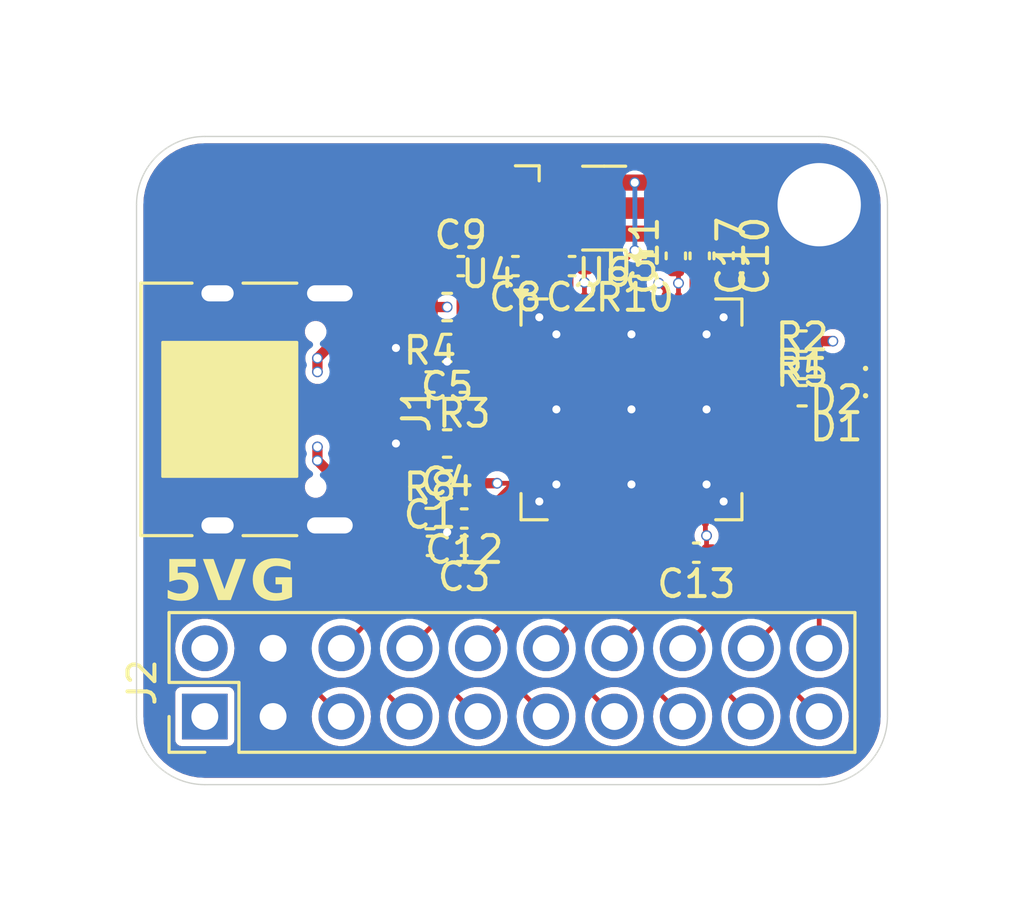
<source format=kicad_pcb>
(kicad_pcb (version 20240108) (generator "pcbnew") (generator_version "8.0")
  (layers (0 "F.Cu" signal) (1 "In1.Cu" signal) (2 "In2.Cu" signal) (31 "B.Cu" signal) (34 "B.Paste" user) (35 "F.Paste" user) (36 "B.SilkS" user "B.Silkscreen") (37 "F.SilkS" user "F.Silkscreen") (38 "B.Mask" user) (39 "F.Mask" user) (44 "Edge.Cuts" user))
  (net 0 "")
  (net 1 "+5V")
  (net 2 "GND")
  (net 3 "+3V3")
  (net 4 "/VPLL")
  (net 5 "/VPHY")
  (net 6 "/OSCI")
  (net 7 "/OSCO")
  (net 8 "/DN")
  (net 9 "/DP")
  (net 12 "/CC1")
  (net 13 "/CC2")
  (net 14 "Net-(U5-VCCA)")
  (net 15 "Net-(U5-VCCCORE)")
  (net 16 "Net-(U5-REF)")
  (net 17 "Net-(U5-~{RESET})")
  (net 18 "/AC2")
  (net 19 "/AD0")
  (net 20 "/AC5")
  (net 21 "/AC6")
  (net 22 "/AC3")
  (net 23 "/AD5")
  (net 24 "/AD6")
  (net 25 "/AD2")
  (net 26 "/AC0")
  (net 27 "/AD4")
  (net 28 "/AD1")
  (net 29 "/AC7")
  (net 30 "/EECLK")
  (net 31 "/EECS")
  (net 32 "/EEDIO")
  (net 33 "Net-(U6-DO)")
  (net 34 "/AC1")
  (net 35 "/AC4")
  (net 36 "/AD7")
  (net 37 "/AD3")
  (net 38 "Net-(D1-A)")
  (net 39 "Net-(D2-A)")
  (net 40 "/AC8")
  (net 41 "/AC9")
  (footprint "Capacitor_SMD:C_0402_1005Metric" (layer "F.Cu") (at 131.377 70.674)
    (property "Reference" "C9" (at 0 -1.16 0) (layer "F.SilkS"))
    (property "Value" "10p")
    (fp_line (start -0.107836 -0.36) (end 0.107836 -0.36) (stroke (width 0.12)) (layer "F.SilkS"))
    (fp_line (start -0.107836 0.36) (end 0.107836 0.36) (stroke (width 0.12)) (layer "F.SilkS"))
    (pad "1" smd roundrect (at -0.48 0) (size 0.56 0.62) (layers "F.Cu" "F.Paste" "F.Mask") (net 2 "GND"))
    (pad "2" smd roundrect (at 0.48 0) (size 0.56 0.62) (layers "F.Cu" "F.Paste" "F.Mask") (net 7 "/OSCO"))
  )
  (footprint "Resistor_SMD:R_0402_1005Metric" (layer "F.Cu") (at 130.234 80.072)
    (property "Reference" "R8" (at 0 -1.17 0) (layer "F.SilkS"))
    (property "Value" "5.1k")
    (fp_line (start -0.153641 -0.38) (end 0.153641 -0.38) (stroke (width 0.12)) (layer "F.SilkS"))
    (fp_line (start -0.153641 0.38) (end 0.153641 0.38) (stroke (width 0.12)) (layer "F.SilkS"))
    (pad "1" smd roundrect (at -0.51 0) (size 0.54 0.64) (layers "F.Cu" "F.Paste" "F.Mask") (net 13 "/CC2"))
    (pad "2" smd roundrect (at 0.51 0) (size 0.54 0.64) (layers "F.Cu" "F.Paste" "F.Mask") (net 2 "GND"))
  )
  (footprint "1st_commonly:USB_C_Receptacle_TYPE-C-12P" (layer "F.Cu") (at 123.376 76.008 -90)
    (property "Reference" "J1" (at 0 -6.35 -90) (layer "F.SilkS"))
    (property "Value" "USB_C_Receptacle_USB2.0_16P")
    (fp_line (start -4.7 3.9) (end 4.7 3.9) (stroke (width 0.12)) (layer "F.SilkS"))
    (fp_line (start -4.7 2) (end -4.7 3.9) (stroke (width 0.12)) (layer "F.SilkS"))
    (fp_line (start 4.7 2) (end 4.7 3.9) (stroke (width 0.12)) (layer "F.SilkS"))
    (fp_line (start -4.7 -1.9) (end -4.7 0.1) (stroke (width 0.12)) (layer "F.SilkS"))
    (fp_line (start 4.7 -1.9) (end 4.7 0.1) (stroke (width 0.12)) (layer "F.SilkS"))
    (pad "" np_thru_hole circle (at -2.89 -2.6 270) (size 0.55 0.55) (drill 0.55) (layers "F&B.Cu" "*.Mask"))
    (pad "" np_thru_hole circle (at 2.89 -2.6 270) (size 0.55 0.55) (drill 0.55) (layers "F&B.Cu" "*.Mask"))
    (pad "A1" smd rect (at -3.25 -4.045 270) (size 0.6 1.45) (layers "F.Cu" "F.Paste" "F.Mask") (net 2 "GND"))
    (pad "A4" smd rect (at -2.45 -4.045 270) (size 0.6 1.45) (layers "F.Cu" "F.Paste" "F.Mask") (net 1 "+5V"))
    (pad "A5" smd rect (at -1.25 -4.045 270) (size 0.3 1.45) (layers "F.Cu" "F.Paste" "F.Mask") (net 12 "/CC1"))
    (pad "A6" smd rect (at -0.25 -4.045 270) (size 0.3 1.45) (layers "F.Cu" "F.Paste" "F.Mask") (net 9 "/DP"))
    (pad "A7" smd rect (at 0.25 -4.045 270) (size 0.3 1.45) (layers "F.Cu" "F.Paste" "F.Mask") (net 8 "/DN"))
    (pad "A8" smd rect (at 1.25 -4.045 270) (size 0.3 1.45) (layers "F.Cu" "F.Paste" "F.Mask"))
    (pad "A9" smd rect (at 2.45 -4.045 270) (size 0.6 1.45) (layers "F.Cu" "F.Paste" "F.Mask") (net 1 "+5V"))
    (pad "A12" smd rect (at 3.25 -4.045 270) (size 0.6 1.45) (layers "F.Cu" "F.Paste" "F.Mask") (net 2 "GND"))
    (pad "B1" smd rect (at 3.25 -4.045 270) (size 0.6 1.45) (layers "F.Cu" "F.Paste" "F.Mask") (net 2 "GND"))
    (pad "B4" smd rect (at 2.45 -4.045 270) (size 0.6 1.45) (layers "F.Cu" "F.Paste" "F.Mask") (net 1 "+5V"))
    (pad "B5" smd rect (at 1.75 -4.045 270) (size 0.3 1.45) (layers "F.Cu" "F.Paste" "F.Mask") (net 13 "/CC2"))
    (pad "B6" smd rect (at 0.75 -4.045 270) (size 0.3 1.45) (layers "F.Cu" "F.Paste" "F.Mask") (net 9 "/DP"))
    (pad "B7" smd rect (at -0.75 -4.045 270) (size 0.3 1.45) (layers "F.Cu" "F.Paste" "F.Mask") (net 8 "/DN"))
    (pad "B8" smd rect (at -1.75 -4.045 270) (size 0.3 1.45) (layers "F.Cu" "F.Paste" "F.Mask"))
    (pad "B9" smd rect (at -2.45 -4.045 270) (size 0.6 1.45) (layers "F.Cu" "F.Paste" "F.Mask") (net 1 "+5V"))
    (pad "B12" smd rect (at -3.25 -4.045 270) (size 0.6 1.45) (layers "F.Cu" "F.Paste" "F.Mask") (net 2 "GND"))
    (pad "S1" thru_hole oval (at -4.32 -3.13 270) (size 1 2.1) (drill oval 0.6 1.7) (layers "*.Cu" "*.Mask") (net 2 "GND"))
    (pad "S1" thru_hole oval (at -4.32 1.05 270) (size 1 1.6) (drill oval 0.6 1.2) (layers "*.Cu" "*.Mask") (net 2 "GND"))
    (pad "S1" thru_hole oval (at 4.32 -3.13 270) (size 1 2.1) (drill oval 0.6 1.7) (layers "*.Cu" "*.Mask") (net 2 "GND"))
    (pad "S1" thru_hole oval (at 4.32 1.05 270) (size 1 1.6) (drill oval 0.6 1.2) (layers "*.Cu" "*.Mask") (net 2 "GND"))
  )
  (footprint "Inductor_SMD:L_0603_1608Metric" (layer "F.Cu") (at 130.869 72.198)
    (property "Reference" "L2" (hide yes))
    (property "Value" "L" (hide yes))
    (fp_line (start -0.162779 -0.51) (end 0.162779 -0.51) (stroke (width 0.12)) (layer "F.SilkS"))
    (fp_line (start -0.162779 0.51) (end 0.162779 0.51) (stroke (width 0.12)) (layer "F.SilkS"))
    (pad "1" smd roundrect (at -0.7875 0) (size 0.875 0.95) (layers "F.Cu" "F.Paste" "F.Mask") (net 3 "+3V3"))
    (pad "2" smd roundrect (at 0.7875 0) (size 0.875 0.95) (layers "F.Cu" "F.Paste" "F.Mask") (net 5 "/VPHY"))
  )
  (footprint "Capacitor_SMD:C_0402_1005Metric" (layer "F.Cu") (at 141.156 70.293 -90)
    (property "Reference" "C10" (at 0 -1.16 90) (layer "F.SilkS"))
    (property "Value" "104")
    (fp_line (start -0.107836 0.36) (end 0.107836 0.36) (stroke (width 0.12)) (layer "F.SilkS"))
    (fp_line (start -0.107836 -0.36) (end 0.107836 -0.36) (stroke (width 0.12)) (layer "F.SilkS"))
    (pad "1" smd roundrect (at -0.48 0 270) (size 0.56 0.62) (layers "F.Cu" "F.Paste" "F.Mask") (net 2 "GND"))
    (pad "2" smd roundrect (at 0.48 0 270) (size 0.56 0.62) (layers "F.Cu" "F.Paste" "F.Mask") (net 14 "Net-(U5-VCCA)"))
  )
  (footprint "Capacitor_SMD:C_0603_1608Metric" (layer "F.Cu") (at 130.869 73.722 180)
    (property "Reference" "C5" (at 0 -1.43 180) (layer "F.SilkS"))
    (property "Value" "105")
    (fp_line (start -0.14058 0.51) (end 0.14058 0.51) (stroke (width 0.12)) (layer "F.SilkS"))
    (fp_line (start -0.14058 -0.51) (end 0.14058 -0.51) (stroke (width 0.12)) (layer "F.SilkS"))
    (pad "1" smd roundrect (at -0.775 0 180) (size 0.9 0.95) (layers "F.Cu" "F.Paste" "F.Mask") (net 5 "/VPHY"))
    (pad "2" smd roundrect (at 0.775 0 180) (size 0.9 0.95) (layers "F.Cu" "F.Paste" "F.Mask") (net 2 "GND"))
  )
  (footprint "Inductor_SMD:L_0603_1608Metric" (layer "F.Cu") (at 130.869 78.802 180)
    (property "Reference" "L1" (hide yes))
    (property "Value" "L" (hide yes))
    (fp_line (start -0.162779 0.51) (end 0.162779 0.51) (stroke (width 0.12)) (layer "F.SilkS"))
    (fp_line (start -0.162779 -0.51) (end 0.162779 -0.51) (stroke (width 0.12)) (layer "F.SilkS"))
    (pad "1" smd roundrect (at -0.7875 0 180) (size 0.875 0.95) (layers "F.Cu" "F.Paste" "F.Mask") (net 3 "+3V3"))
    (pad "2" smd roundrect (at 0.7875 0 180) (size 0.875 0.95) (layers "F.Cu" "F.Paste" "F.Mask") (net 4 "/VPLL"))
  )
  (footprint "Resistor_SMD:R_0402_1005Metric" (layer "F.Cu") (at 144.077 75.5)
    (property "Reference" "R1" (at 0 -1.17 0) (layer "F.SilkS"))
    (property "Value" "10k")
    (fp_line (start -0.153641 -0.38) (end 0.153641 -0.38) (stroke (width 0.12)) (layer "F.SilkS"))
    (fp_line (start -0.153641 0.38) (end 0.153641 0.38) (stroke (width 0.12)) (layer "F.SilkS"))
    (pad "1" smd roundrect (at -0.51 0) (size 0.54 0.64) (layers "F.Cu" "F.Paste" "F.Mask") (net 40 "/AC8"))
    (pad "2" smd roundrect (at 0.51 0) (size 0.54 0.64) (layers "F.Cu" "F.Paste" "F.Mask") (net 38 "Net-(D1-A)"))
  )
  (footprint "Package_TO_SOT_SMD:SOT-23-6" (layer "F.Cu") (at 136.711 68.515 180)
    (property "Reference" "U6" (at 0 -2.4 0) (layer "F.SilkS"))
    (property "Value" "93LCxxBxxOT")
    (fp_line (start 0 1.56) (end 0.8 1.56) (stroke (width 0.12)) (layer "F.SilkS"))
    (fp_line (start 0 1.56) (end -0.8 1.56) (stroke (width 0.12)) (layer "F.SilkS"))
    (fp_line (start 0 -1.56) (end 0.8 -1.56) (stroke (width 0.12)) (layer "F.SilkS"))
    (fp_line (start 0 -1.56) (end -0.8 -1.56) (stroke (width 0.12)) (layer "F.SilkS"))
    (fp_poly (pts (xy -1.3 -1.51) (xy -1.54 -1.84) (xy -1.06 -1.84) (xy -1.3 -1.51)) (stroke (width 0.12)) (fill solid) (layer "F.SilkS"))
    (pad "1" smd roundrect (at -1.1375 -0.95 180) (size 1.325 0.6) (layers "F.Cu" "F.Paste" "F.Mask") (net 33 "Net-(U6-DO)"))
    (pad "2" smd roundrect (at -1.1375 0 180) (size 1.325 0.6) (layers "F.Cu" "F.Paste" "F.Mask") (net 2 "GND"))
    (pad "3" smd roundrect (at -1.1375 0.95 180) (size 1.325 0.6) (layers "F.Cu" "F.Paste" "F.Mask") (net 32 "/EEDIO"))
    (pad "4" smd roundrect (at 1.1375 0.95 180) (size 1.325 0.6) (layers "F.Cu" "F.Paste" "F.Mask") (net 30 "/EECLK"))
    (pad "5" smd roundrect (at 1.1375 0 180) (size 1.325 0.6) (layers "F.Cu" "F.Paste" "F.Mask") (net 31 "/EECS"))
    (pad "6" smd roundrect (at 1.1375 -0.95 180) (size 1.325 0.6) (layers "F.Cu" "F.Paste" "F.Mask") (net 3 "+3V3"))
  )
  (footprint "Capacitor_SMD:C_0402_1005Metric" (layer "F.Cu") (at 131.504 81.088 180)
    (property "Reference" "C3" (at 0 -1.16 0) (layer "F.SilkS"))
    (property "Value" "225")
    (fp_line (start -0.107836 0.36) (end 0.107836 0.36) (stroke (width 0.12)) (layer "F.SilkS"))
    (fp_line (start -0.107836 -0.36) (end 0.107836 -0.36) (stroke (width 0.12)) (layer "F.SilkS"))
    (pad "1" smd roundrect (at -0.48 0 180) (size 0.56 0.62) (layers "F.Cu" "F.Paste" "F.Mask") (net 3 "+3V3"))
    (pad "2" smd roundrect (at 0.48 0 180) (size 0.56 0.62) (layers "F.Cu" "F.Paste" "F.Mask") (net 2 "GND"))
  )
  (footprint "LED_SMD:LED_0402_1005Metric" (layer "F.Cu") (at 145.347 74.484 180)
    (property "Reference" "D2" (at 0 -1.17 0) (layer "F.SilkS"))
    (property "Value" "LED")
    (fp_circle (center -1.09 0) (end -1.04 0) (stroke (width 0.1)) (fill none) (layer "F.SilkS"))
    (pad "1" smd roundrect (at -0.485 0 180) (size 0.59 0.64) (layers "F.Cu" "F.Paste" "F.Mask") (net 2 "GND"))
    (pad "2" smd roundrect (at 0.485 0 180) (size 0.59 0.64) (layers "F.Cu" "F.Paste" "F.Mask") (net 39 "Net-(D2-A)"))
  )
  (footprint "Capacitor_SMD:C_0402_1005Metric" (layer "F.Cu") (at 140.267 70.293 -90)
    (property "Reference" "C17" (at 0 -1.16 90) (layer "F.SilkS"))
    (property "Value" "104")
    (fp_line (start -0.107836 0.36) (end 0.107836 0.36) (stroke (width 0.12)) (layer "F.SilkS"))
    (fp_line (start -0.107836 -0.36) (end 0.107836 -0.36) (stroke (width 0.12)) (layer "F.SilkS"))
    (pad "1" smd roundrect (at -0.48 0 270) (size 0.56 0.62) (layers "F.Cu" "F.Paste" "F.Mask") (net 2 "GND"))
    (pad "2" smd roundrect (at 0.48 0 270) (size 0.56 0.62) (layers "F.Cu" "F.Paste" "F.Mask") (net 15 "Net-(U5-VCCCORE)"))
  )
  (footprint "Connector_PinHeader_2.54mm:PinHeader_2x10_P2.54mm_Vertical" (layer "F.Cu") (at 121.852 87.443 90)
    (property "Reference" "J2" (at 1.27 -2.33 90) (layer "F.SilkS"))
    (property "Value" "Conn_02x10_Odd_Even")
    (fp_line (start 3.87 -1.33) (end 3.87 24.19) (stroke (width 0.12)) (layer "F.SilkS"))
    (fp_line (start 1.27 -1.33) (end 3.87 -1.33) (stroke (width 0.12)) (layer "F.SilkS"))
    (fp_line (start -1.33 -1.33) (end 0 -1.33) (stroke (width 0.12)) (layer "F.SilkS"))
    (fp_line (start -1.33 0) (end -1.33 -1.33) (stroke (width 0.12)) (layer "F.SilkS"))
    (fp_line (start 1.27 1.27) (end 1.27 -1.33) (stroke (width 0.12)) (layer "F.SilkS"))
    (fp_line (start -1.33 1.27) (end 1.27 1.27) (stroke (width 0.12)) (layer "F.SilkS"))
    (fp_line (start -1.33 1.27) (end -1.33 24.19) (stroke (width 0.12)) (layer "F.SilkS"))
    (fp_line (start -1.33 24.19) (end 3.87 24.19) (stroke (width 0.12)) (layer "F.SilkS"))
    (pad "1" thru_hole rect (at 0 0 90) (size 1.7 1.7) (drill 1) (layers "*.Cu" "*.Mask") (net 1 "+5V"))
    (pad "2" thru_hole oval (at 2.54 0 90) (size 1.7 1.7) (drill 1) (layers "*.Cu" "*.Mask") (net 1 "+5V"))
    (pad "3" thru_hole oval (at 0 2.54 90) (size 1.7 1.7) (drill 1) (layers "*.Cu" "*.Mask") (net 2 "GND"))
    (pad "4" thru_hole oval (at 2.54 2.54 90) (size 1.7 1.7) (drill 1) (layers "*.Cu" "*.Mask") (net 2 "GND"))
    (pad "5" thru_hole oval (at 0 5.08 90) (size 1.7 1.7) (drill 1) (layers "*.Cu" "*.Mask") (net 19 "/AD0"))
    (pad "6" thru_hole oval (at 2.54 5.08 90) (size 1.7 1.7) (drill 1) (layers "*.Cu" "*.Mask") (net 28 "/AD1"))
    (pad "7" thru_hole oval (at 0 7.62 90) (size 1.7 1.7) (drill 1) (layers "*.Cu" "*.Mask") (net 25 "/AD2"))
    (pad "8" thru_hole oval (at 2.54 7.62 90) (size 1.7 1.7) (drill 1) (layers "*.Cu" "*.Mask") (net 37 "/AD3"))
    (pad "9" thru_hole oval (at 0 10.16 90) (size 1.7 1.7) (drill 1) (layers "*.Cu" "*.Mask") (net 27 "/AD4"))
    (pad "10" thru_hole oval (at 2.54 10.16 90) (size 1.7 1.7) (drill 1) (layers "*.Cu" "*.Mask") (net 23 "/AD5"))
    (pad "11" thru_hole oval (at 0 12.7 90) (size 1.7 1.7) (drill 1) (layers "*.Cu" "*.Mask") (net 24 "/AD6"))
    (pad "12" thru_hole oval (at 2.54 12.7 90) (size 1.7 1.7) (drill 1) (layers "*.Cu" "*.Mask") (net 36 "/AD7"))
    (pad "13" thru_hole oval (at 0 15.24 90) (size 1.7 1.7) (drill 1) (layers "*.Cu" "*.Mask") (net 26 "/AC0"))
    (pad "14" thru_hole oval (at 2.54 15.24 90) (size 1.7 1.7) (drill 1) (layers "*.Cu" "*.Mask") (net 34 "/AC1"))
    (pad "15" thru_hole oval (at 0 17.78 90) (size 1.7 1.7) (drill 1) (layers "*.Cu" "*.Mask") (net 18 "/AC2"))
    (pad "16" thru_hole oval (at 2.54 17.78 90) (size 1.7 1.7) (drill 1) (layers "*.Cu" "*.Mask") (net 22 "/AC3"))
    (pad "17" thru_hole oval (at 0 20.32 90) (size 1.7 1.7) (drill 1) (layers "*.Cu" "*.Mask") (net 35 "/AC4"))
    (pad "18" thru_hole oval (at 2.54 20.32 90) (size 1.7 1.7) (drill 1) (layers "*.Cu" "*.Mask") (net 20 "/AC5"))
    (pad "19" thru_hole oval (at 0 22.86 90) (size 1.7 1.7) (drill 1) (layers "*.Cu" "*.Mask") (net 21 "/AC6"))
    (pad "20" thru_hole oval (at 2.54 22.86 90) (size 1.7 1.7) (drill 1) (layers "*.Cu" "*.Mask") (net 29 "/AC7"))
  )
  (footprint "LED_SMD:LED_0402_1005Metric" (layer "F.Cu") (at 145.347 75.5 180)
    (property "Reference" "D1" (at 0 -1.17 0) (layer "F.SilkS"))
    (property "Value" "LED")
    (fp_circle (center -1.09 0) (end -1.04 0) (stroke (width 0.1)) (fill none) (layer "F.SilkS"))
    (pad "1" smd roundrect (at -0.485 0 180) (size 0.59 0.64) (layers "F.Cu" "F.Paste" "F.Mask") (net 2 "GND"))
    (pad "2" smd roundrect (at 0.485 0 180) (size 0.59 0.64) (layers "F.Cu" "F.Paste" "F.Mask") (net 38 "Net-(D1-A)"))
  )
  (footprint "Capacitor_SMD:C_0402_1005Metric" (layer "F.Cu") (at 131.504 80.072 180)
    (property "Reference" "C12" (at 0 -1.16 0) (layer "F.SilkS"))
    (property "Value" "104")
    (fp_line (start -0.107836 0.36) (end 0.107836 0.36) (stroke (width 0.12)) (layer "F.SilkS"))
    (fp_line (start -0.107836 -0.36) (end 0.107836 -0.36) (stroke (width 0.12)) (layer "F.SilkS"))
    (pad "1" smd roundrect (at -0.48 0 180) (size 0.56 0.62) (layers "F.Cu" "F.Paste" "F.Mask") (net 3 "+3V3"))
    (pad "2" smd roundrect (at 0.48 0 180) (size 0.56 0.62) (layers "F.Cu" "F.Paste" "F.Mask") (net 2 "GND"))
  )
  (footprint "Resistor_SMD:R_0402_1005Metric" (layer "F.Cu") (at 137.854 70.674 180)
    (property "Reference" "R10" (at 0 -1.17 0) (layer "F.SilkS"))
    (property "Value" "2k")
    (fp_line (start -0.153641 0.38) (end 0.153641 0.38) (stroke (width 0.12)) (layer "F.SilkS"))
    (fp_line (start -0.153641 -0.38) (end 0.153641 -0.38) (stroke (width 0.12)) (layer "F.SilkS"))
    (pad "1" smd roundrect (at -0.51 0 180) (size 0.54 0.64) (layers "F.Cu" "F.Paste" "F.Mask") (net 33 "Net-(U6-DO)"))
    (pad "2" smd roundrect (at 0.51 0 180) (size 0.54 0.64) (layers "F.Cu" "F.Paste" "F.Mask") (net 32 "/EEDIO"))
  )
  (footprint "Resistor_SMD:R_0402_1005Metric" (layer "F.Cu") (at 130.234 74.992)
    (property "Reference" "R4" (at 0 -1.17 0) (layer "F.SilkS"))
    (property "Value" "5.1k")
    (fp_line (start -0.153641 -0.38) (end 0.153641 -0.38) (stroke (width 0.12)) (layer "F.SilkS"))
    (fp_line (start -0.153641 0.38) (end 0.153641 0.38) (stroke (width 0.12)) (layer "F.SilkS"))
    (pad "1" smd roundrect (at -0.51 0) (size 0.54 0.64) (layers "F.Cu" "F.Paste" "F.Mask") (net 12 "/CC1"))
    (pad "2" smd roundrect (at 0.51 0) (size 0.54 0.64) (layers "F.Cu" "F.Paste" "F.Mask") (net 2 "GND"))
  )
  (footprint "1st_commonly:hole" (layer "F.Cu") (at 144.712 68.388)
    (property "Reference" "J3" (at 0 -0.5 0) (layer "F.SilkS") (effects (font (thickness 0.1))))
    (property "Value" "Conn_01x01")
    (pad "1" thru_hole circle (at 0 0) (size 4.5 4.5) (drill 3.1) (layers "*.Cu" "*.Mask") (net 2 "GND"))
  )
  (footprint "1st_commonly:Oscillator_SMD_13_3.2x2.5mm" (layer "F.Cu") (at 132.393 68.515 180)
    (property "Reference" "U4" (at 0 -2.45 0) (layer "F.SilkS"))
    (property "Value" "12M")
    (fp_line (start -1.9 1.575) (end -1.016 1.575) (stroke (width 0.12)) (layer "F.SilkS"))
    (fp_line (start -1.9 1.016) (end -1.9 1.575) (stroke (width 0.12)) (layer "F.SilkS"))
    (pad "1" smd rect (at -1.05 0.825 180) (size 1.3 1.1) (layers "F.Cu" "F.Paste" "F.Mask") (net 6 "/OSCI"))
    (pad "2" smd rect (at 1.05 0.825 180) (size 1.3 1.1) (layers "F.Cu" "F.Paste" "F.Mask") (net 2 "GND"))
    (pad "3" smd rect (at 1.05 -0.825 180) (size 1.3 1.1) (layers "F.Cu" "F.Paste" "F.Mask") (net 7 "/OSCO"))
    (pad "4" smd rect (at -1.05 -0.825 180) (size 1.3 1.1) (layers "F.Cu" "F.Paste" "F.Mask") (net 2 "GND"))
  )
  (footprint "Resistor_SMD:R_0402_1005Metric" (layer "F.Cu") (at 144.077 73.468 180)
    (property "Reference" "R5" (at 0 -1.17 0) (layer "F.SilkS"))
    (property "Value" "1k")
    (fp_line (start -0.153641 0.38) (end 0.153641 0.38) (stroke (width 0.12)) (layer "F.SilkS"))
    (fp_line (start -0.153641 -0.38) (end 0.153641 -0.38) (stroke (width 0.12)) (layer "F.SilkS"))
    (pad "1" smd roundrect (at -0.51 0 180) (size 0.54 0.64) (layers "F.Cu" "F.Paste" "F.Mask") (net 3 "+3V3"))
    (pad "2" smd roundrect (at 0.51 0 180) (size 0.54 0.64) (layers "F.Cu" "F.Paste" "F.Mask") (net 17 "Net-(U5-~{RESET})"))
  )
  (footprint "Capacitor_SMD:C_0603_1608Metric" (layer "F.Cu") (at 130.869 77.278 180)
    (property "Reference" "C4" (at 0 -1.43 0) (layer "F.SilkS"))
    (property "Value" "106")
    (fp_line (start -0.14058 0.51) (end 0.14058 0.51) (stroke (width 0.12)) (layer "F.SilkS"))
    (fp_line (start -0.14058 -0.51) (end 0.14058 -0.51) (stroke (width 0.12)) (layer "F.SilkS"))
    (pad "1" smd roundrect (at -0.775 0 180) (size 0.9 0.95) (layers "F.Cu" "F.Paste" "F.Mask") (net 4 "/VPLL"))
    (pad "2" smd roundrect (at 0.775 0 180) (size 0.9 0.95) (layers "F.Cu" "F.Paste" "F.Mask") (net 2 "GND"))
  )
  (footprint "Capacitor_SMD:C_0402_1005Metric" (layer "F.Cu") (at 133.409 70.674 180)
    (property "Reference" "C8" (at 0 -1.16 0) (layer "F.SilkS"))
    (property "Value" "10p")
    (fp_line (start -0.107836 0.36) (end 0.107836 0.36) (stroke (width 0.12)) (layer "F.SilkS"))
    (fp_line (start -0.107836 -0.36) (end 0.107836 -0.36) (stroke (width 0.12)) (layer "F.SilkS"))
    (pad "1" smd roundrect (at -0.48 0 180) (size 0.56 0.62) (layers "F.Cu" "F.Paste" "F.Mask") (net 2 "GND"))
    (pad "2" smd roundrect (at 0.48 0 180) (size 0.56 0.62) (layers "F.Cu" "F.Paste" "F.Mask") (net 6 "/OSCI"))
  )
  (footprint "Resistor_SMD:R_0402_1005Metric" (layer "F.Cu") (at 144.077 74.484)
    (property "Reference" "R2" (at 0 -1.17 0) (layer "F.SilkS"))
    (property "Value" "10k")
    (fp_line (start -0.153641 -0.38) (end 0.153641 -0.38) (stroke (width 0.12)) (layer "F.SilkS"))
    (fp_line (start -0.153641 0.38) (end 0.153641 0.38) (stroke (width 0.12)) (layer "F.SilkS"))
    (pad "1" smd roundrect (at -0.51 0) (size 0.54 0.64) (layers "F.Cu" "F.Paste" "F.Mask") (net 41 "/AC9"))
    (pad "2" smd roundrect (at 0.51 0) (size 0.54 0.64) (layers "F.Cu" "F.Paste" "F.Mask") (net 39 "Net-(D2-A)"))
  )
  (footprint "Capacitor_SMD:C_0402_1005Metric" (layer "F.Cu") (at 140.14 81.342 180)
    (property "Reference" "C13" (at 0 -1.16 0) (layer "F.SilkS"))
    (property "Value" "104")
    (fp_line (start -0.107836 0.36) (end 0.107836 0.36) (stroke (width 0.12)) (layer "F.SilkS"))
    (fp_line (start -0.107836 -0.36) (end 0.107836 -0.36) (stroke (width 0.12)) (layer "F.SilkS"))
    (pad "1" smd roundrect (at -0.48 0 180) (size 0.56 0.62) (layers "F.Cu" "F.Paste" "F.Mask") (net 3 "+3V3"))
    (pad "2" smd roundrect (at 0.48 0 180) (size 0.56 0.62) (layers "F.Cu" "F.Paste" "F.Mask") (net 2 "GND"))
  )
  (footprint "Capacitor_SMD:C_0402_1005Metric" (layer "F.Cu") (at 139.378 70.293 90)
    (property "Reference" "C11" (at 0 -1.16 90) (layer "F.SilkS"))
    (property "Value" "104")
    (fp_line (start -0.107836 -0.36) (end 0.107836 -0.36) (stroke (width 0.12)) (layer "F.SilkS"))
    (fp_line (start -0.107836 0.36) (end 0.107836 0.36) (stroke (width 0.12)) (layer "F.SilkS"))
    (pad "1" smd roundrect (at -0.48 0 90) (size 0.56 0.62) (layers "F.Cu" "F.Paste" "F.Mask") (net 3 "+3V3"))
    (pad "2" smd roundrect (at 0.48 0 90) (size 0.56 0.62) (layers "F.Cu" "F.Paste" "F.Mask") (net 2 "GND"))
  )
  (footprint "Capacitor_SMD:C_0402_1005Metric" (layer "F.Cu") (at 130.234 81.088)
    (property "Reference" "C1" (at 0 -1.16 0) (layer "F.SilkS"))
    (property "Value" "225")
    (fp_line (start -0.107836 -0.36) (end 0.107836 -0.36) (stroke (width 0.12)) (layer "F.SilkS"))
    (fp_line (start -0.107836 0.36) (end 0.107836 0.36) (stroke (width 0.12)) (layer "F.SilkS"))
    (pad "1" smd roundrect (at -0.48 0) (size 0.56 0.62) (layers "F.Cu" "F.Paste" "F.Mask") (net 1 "+5V"))
    (pad "2" smd roundrect (at 0.48 0) (size 0.56 0.62) (layers "F.Cu" "F.Paste" "F.Mask") (net 2 "GND"))
  )
  (footprint "Package_DFN_QFN:QFN-48-1EP_8x8mm_P0.5mm_EP6.2x6.2mm" (layer "F.Cu") (at 137.727 76.008)
    (property "Reference" "U5" (at 0 -5.31 0) (layer "F.SilkS"))
    (property "Value" "FT232H")
    (fp_line (start -4.11 -3.135) (end -4.11 -3.87) (stroke (width 0.12)) (layer "F.SilkS"))
    (fp_line (start -4.11 4.11) (end -4.11 3.135) (stroke (width 0.12)) (layer "F.SilkS"))
    (fp_line (start -3.135 -4.11) (end -3.81 -4.11) (stroke (width 0.12)) (layer "F.SilkS"))
    (fp_line (start -3.135 4.11) (end -4.11 4.11) (stroke (width 0.12)) (layer "F.SilkS"))
    (fp_line (start 3.135 -4.11) (end 4.11 -4.11) (stroke (width 0.12)) (layer "F.SilkS"))
    (fp_line (start 3.135 4.11) (end 4.11 4.11) (stroke (width 0.12)) (layer "F.SilkS"))
    (fp_line (start 4.11 -4.11) (end 4.11 -3.135) (stroke (width 0.12)) (layer "F.SilkS"))
    (fp_line (start 4.11 4.11) (end 4.11 3.135) (stroke (width 0.12)) (layer "F.SilkS"))
    (fp_poly (pts (xy -4.11 -4.11) (xy -4.35 -4.44) (xy -3.87 -4.44) (xy -4.11 -4.11)) (stroke (width 0.12)) (fill solid) (layer "F.SilkS"))
    (pad "1" smd roundrect (at -3.875 -2.75) (size 0.95 0.25) (layers "F.Cu" "F.Paste" "F.Mask") (net 6 "/OSCI"))
    (pad "2" smd roundrect (at -3.875 -2.25) (size 0.95 0.25) (layers "F.Cu" "F.Paste" "F.Mask") (net 7 "/OSCO"))
    (pad "3" smd roundrect (at -3.875 -1.75) (size 0.95 0.25) (layers "F.Cu" "F.Paste" "F.Mask") (net 5 "/VPHY"))
    (pad "4" smd roundrect (at -3.875 -1.25) (size 0.95 0.25) (layers "F.Cu" "F.Paste" "F.Mask") (net 2 "GND"))
    (pad "5" smd roundrect (at -3.875 -0.75) (size 0.95 0.25) (layers "F.Cu" "F.Paste" "F.Mask") (net 16 "Net-(U5-REF)"))
    (pad "6" smd roundrect (at -3.875 -0.25) (size 0.95 0.25) (layers "F.Cu" "F.Paste" "F.Mask") (net 8 "/DN"))
    (pad "7" smd roundrect (at -3.875 0.25) (size 0.95 0.25) (layers "F.Cu" "F.Paste" "F.Mask") (net 9 "/DP"))
    (pad "8" smd roundrect (at -3.875 0.75) (size 0.95 0.25) (layers "F.Cu" "F.Paste" "F.Mask") (net 4 "/VPLL"))
    (pad "9" smd roundrect (at -3.875 1.25) (size 0.95 0.25) (layers "F.Cu" "F.Paste" "F.Mask") (net 2 "GND"))
    (pad "10" smd roundrect (at -3.875 1.75) (size 0.95 0.25) (layers "F.Cu" "F.Paste" "F.Mask") (net 2 "GND"))
    (pad "11" smd roundrect (at -3.875 2.25) (size 0.95 0.25) (layers "F.Cu" "F.Paste" "F.Mask") (net 2 "GND"))
    (pad "12" smd roundrect (at -3.875 2.75) (size 0.95 0.25) (layers "F.Cu" "F.Paste" "F.Mask") (net 3 "+3V3"))
    (pad "13" smd roundrect (at -2.75 3.875) (size 0.25 0.95) (layers "F.Cu" "F.Paste" "F.Mask") (net 19 "/AD0"))
    (pad "14" smd roundrect (at -2.25 3.875) (size 0.25 0.95) (layers "F.Cu" "F.Paste" "F.Mask") (net 28 "/AD1"))
    (pad "15" smd roundrect (at -1.75 3.875) (size 0.25 0.95) (layers "F.Cu" "F.Paste" "F.Mask") (net 25 "/AD2"))
    (pad "16" smd roundrect (at -1.25 3.875) (size 0.25 0.95) (layers "F.Cu" "F.Paste" "F.Mask") (net 37 "/AD3"))
    (pad "17" smd roundrect (at -0.75 3.875) (size 0.25 0.95) (layers "F.Cu" "F.Paste" "F.Mask") (net 27 "/AD4"))
    (pad "18" smd roundrect (at -0.25 3.875) (size 0.25 0.95) (layers "F.Cu" "F.Paste" "F.Mask") (net 23 "/AD5"))
    (pad "19" smd roundrect (at 0.25 3.875) (size 0.25 0.95) (layers "F.Cu" "F.Paste" "F.Mask") (net 24 "/AD6"))
    (pad "20" smd roundrect (at 0.75 3.875) (size 0.25 0.95) (layers "F.Cu" "F.Paste" "F.Mask") (net 36 "/AD7"))
    (pad "21" smd roundrect (at 1.25 3.875) (size 0.25 0.95) (layers "F.Cu" "F.Paste" "F.Mask") (net 26 "/AC0"))
    (pad "22" smd roundrect (at 1.75 3.875) (size 0.25 0.95) (layers "F.Cu" "F.Paste" "F.Mask") (net 2 "GND"))
    (pad "23" smd roundrect (at 2.25 3.875) (size 0.25 0.95) (layers "F.Cu" "F.Paste" "F.Mask") (net 2 "GND"))
    (pad "24" smd roundrect (at 2.75 3.875) (size 0.25 0.95) (layers "F.Cu" "F.Paste" "F.Mask") (net 3 "+3V3"))
    (pad "25" smd roundrect (at 3.875 2.75) (size 0.95 0.25) (layers "F.Cu" "F.Paste" "F.Mask") (net 34 "/AC1"))
    (pad "26" smd roundrect (at 3.875 2.25) (size 0.95 0.25) (layers "F.Cu" "F.Paste" "F.Mask") (net 18 "/AC2"))
    (pad "27" smd roundrect (at 3.875 1.75) (size 0.95 0.25) (layers "F.Cu" "F.Paste" "F.Mask") (net 22 "/AC3"))
    (pad "28" smd roundrect (at 3.875 1.25) (size 0.95 0.25) (layers "F.Cu" "F.Paste" "F.Mask") (net 35 "/AC4"))
    (pad "29" smd roundrect (at 3.875 0.75) (size 0.95 0.25) (layers "F.Cu" "F.Paste" "F.Mask") (net 20 "/AC5"))
    (pad "30" smd roundrect (at 3.875 0.25) (size 0.95 0.25) (layers "F.Cu" "F.Paste" "F.Mask") (net 21 "/AC6"))
    (pad "31" smd roundrect (at 3.875 -0.25) (size 0.95 0.25) (layers "F.Cu" "F.Paste" "F.Mask") (net 29 "/AC7"))
    (pad "32" smd roundrect (at 3.875 -0.75) (size 0.95 0.25) (layers "F.Cu" "F.Paste" "F.Mask") (net 40 "/AC8"))
    (pad "33" smd roundrect (at 3.875 -1.25) (size 0.95 0.25) (layers "F.Cu" "F.Paste" "F.Mask") (net 41 "/AC9"))
    (pad "34" smd roundrect (at 3.875 -1.75) (size 0.95 0.25) (layers "F.Cu" "F.Paste" "F.Mask") (net 17 "Net-(U5-~{RESET})"))
    (pad "35" smd roundrect (at 3.875 -2.25) (size 0.95 0.25) (layers "F.Cu" "F.Paste" "F.Mask") (net 2 "GND"))
    (pad "36" smd roundrect (at 3.875 -2.75) (size 0.95 0.25) (layers "F.Cu" "F.Paste" "F.Mask") (net 2 "GND"))
    (pad "37" smd roundrect (at 2.75 -3.875) (size 0.25 0.95) (layers "F.Cu" "F.Paste" "F.Mask") (net 14 "Net-(U5-VCCA)"))
    (pad "38" smd roundrect (at 2.25 -3.875) (size 0.25 0.95) (layers "F.Cu" "F.Paste" "F.Mask") (net 15 "Net-(U5-VCCCORE)"))
    (pad "39" smd roundrect (at 1.75 -3.875) (size 0.25 0.95) (layers "F.Cu" "F.Paste" "F.Mask") (net 3 "+3V3"))
    (pad "40" smd roundrect (at 1.25 -3.875) (size 0.25 0.95) (layers "F.Cu" "F.Paste" "F.Mask") (net 1 "+5V"))
    (pad "41" smd roundrect (at 0.75 -3.875) (size 0.25 0.95) (layers "F.Cu" "F.Paste" "F.Mask") (net 2 "GND"))
    (pad "42" smd roundrect (at 0.25 -3.875) (size 0.25 0.95) (layers "F.Cu" "F.Paste" "F.Mask") (net 2 "GND"))
    (pad "43" smd roundrect (at -0.25 -3.875) (size 0.25 0.95) (layers "F.Cu" "F.Paste" "F.Mask") (net 32 "/EEDIO"))
    (pad "44" smd roundrect (at -0.75 -3.875) (size 0.25 0.95) (layers "F.Cu" "F.Paste" "F.Mask") (net 30 "/EECLK"))
    (pad "45" smd roundrect (at -1.25 -3.875) (size 0.25 0.95) (layers "F.Cu" "F.Paste" "F.Mask") (net 31 "/EECS"))
    (pad "46" smd roundrect (at -1.75 -3.875) (size 0.25 0.95) (layers "F.Cu" "F.Paste" "F.Mask") (net 3 "+3V3"))
    (pad "47" smd roundrect (at -2.25 -3.875) (size 0.25 0.95) (layers "F.Cu" "F.Paste" "F.Mask") (net 2 "GND"))
    (pad "48" smd roundrect (at -2.75 -3.875) (size 0.25 0.95) (layers "F.Cu" "F.Paste" "F.Mask") (net 2 "GND"))
    (pad "49" smd rect (at 0 0) (size 6.2 6.2) (property pad_prop_heatsink) (layers "F.Cu" "F.Mask") (net 2 "GND"))
  )
  (footprint "Resistor_SMD:R_0402_1005Metric" (layer "F.Cu") (at 131.504 74.992 180)
    (property "Reference" "R3" (at 0 -1.17 0) (layer "F.SilkS"))
    (property "Value" "12k")
    (fp_line (start -0.153641 0.38) (end 0.153641 0.38) (stroke (width 0.12)) (layer "F.SilkS"))
    (fp_line (start -0.153641 -0.38) (end 0.153641 -0.38) (stroke (width 0.12)) (layer "F.SilkS"))
    (pad "1" smd roundrect (at -0.51 0 180) (size 0.54 0.64) (layers "F.Cu" "F.Paste" "F.Mask") (net 16 "Net-(U5-REF)"))
    (pad "2" smd roundrect (at 0.51 0 180) (size 0.54 0.64) (layers "F.Cu" "F.Paste" "F.Mask") (net 2 "GND"))
  )
  (footprint "Capacitor_SMD:C_0402_1005Metric" (layer "F.Cu") (at 135.5172 70.674 180)
    (property "Reference" "C2" (at 0 -1.16 0) (layer "F.SilkS"))
    (property "Value" "104")
    (fp_line (start -0.107836 0.36) (end 0.107836 0.36) (stroke (width 0.12)) (layer "F.SilkS"))
    (fp_line (start -0.107836 -0.36) (end 0.107836 -0.36) (stroke (width 0.12)) (layer "F.SilkS"))
    (pad "1" smd roundrect (at -0.48 0 180) (size 0.56 0.62) (layers "F.Cu" "F.Paste" "F.Mask") (net 3 "+3V3"))
    (pad "2" smd roundrect (at 0.48 0 180) (size 0.56 0.62) (layers "F.Cu" "F.Paste" "F.Mask") (net 2 "GND"))
  )
  (gr_rect (start 120.281 73.508) (end 125.281 78.508) (stroke (width 0.1)) (fill solid) (layer "F.SilkS"))
  (gr_arc (start 121.852 89.978) (mid 120.055949 89.234051) (end 119.312 87.438) (stroke (width 0.05)) (layer "Edge.Cuts"))
  (gr_line (start 147.252 68.388) (end 147.252 87.438) (stroke (width 0.05)) (layer "Edge.Cuts"))
  (gr_line (start 144.712 65.848) (end 121.852 65.848) (stroke (width 0.05)) (layer "Edge.Cuts"))
  (gr_line (start 121.852 89.978) (end 144.712 89.978) (stroke (width 0.05)) (layer "Edge.Cuts"))
  (gr_arc (start 119.312 68.388) (mid 120.055949 66.591949) (end 121.852 65.848) (stroke (width 0.05)) (layer "Edge.Cuts"))
  (gr_arc (start 144.712 65.848) (mid 146.508051 66.591949) (end 147.252 68.388) (stroke (width 0.05)) (layer "Edge.Cuts"))
  (gr_arc (start 147.252 87.438) (mid 146.508051 89.234051) (end 144.712 89.978) (stroke (width 0.05)) (layer "Edge.Cuts"))
  (gr_line (start 119.312 68.383) (end 119.312 87.438) (stroke (width 0.05)) (layer "Edge.Cuts"))
  (gr_text "5V" (at 121.852 82.485 0) (layer "F.SilkS") (effects (font (size 1.5 1.5) (thickness 0.3) (bold yes))))
  (gr_text "G" (at 124.392 82.485 0) (layer "F.SilkS") (effects (font (size 1.5 1.5) (thickness 0.3) (bold yes))))
  (segment (start 126.043 74.103) (end 126.588 73.558) (width 0.381) (layer "F.Cu") (net 1))
  (segment (start 128.9132 79.0474) (end 128.9132 80.2472) (width 0.1778) (layer "F.Cu") (net 1))
  (segment (start 138.743 71.309) (end 138.977 71.543) (width 0.1778) (layer "F.Cu") (net 1))
  (segment (start 128.3238 78.458) (end 128.9132 79.0474) (width 0.1778) (layer "F.Cu") (net 1))
  (segment (start 126.043 74.611) (end 126.043 74.103) (width 0.381) (layer "F.Cu") (net 1))
  (segment (start 127.421 78.458) (end 128.3238 78.458) (width 0.1778) (layer "F.Cu") (net 1))
  (segment (start 126.588 73.558) (end 127.421 73.558) (width 0.381) (layer "F.Cu") (net 1))
  (segment (start 128.9132 80.2472) (end 129.754 81.088) (width 0.1778) (layer "F.Cu") (net 1))
  (segment (start 126.043 77.913) (end 126.588 78.458) (width 0.381) (layer "F.Cu") (net 1))
  (segment (start 126.588 78.458) (end 127.421 78.458) (width 0.381) (layer "F.Cu") (net 1))
  (segment (start 126.043 77.913) (end 126.043 77.405) (width 0.381) (layer "F.Cu") (net 1))
  (segment (start 138.977 71.543) (end 138.977 72.133) (width 0.1778) (layer "F.Cu") (net 1))
  (via (at 138.743 71.309) (size 0.4) (drill 0.3) (layers "F.Cu" "B.Cu") (net 1))
  (via (at 126.043 74.103) (size 0.4) (drill 0.3) (layers "F.Cu" "B.Cu") (net 1))
  (via (at 126.043 77.913) (size 0.4) (drill 0.3) (layers "F.Cu" "B.Cu") (net 1))
  (via (at 126.043 77.405) (size 0.4) (drill 0.3) (layers "F.Cu" "B.Cu") (net 1))
  (via (at 126.043 74.611) (size 0.4) (drill 0.3) (layers "F.Cu" "B.Cu") (net 1))
  (segment (start 130.869 74.23) (end 130.869 74.867) (width 0.381) (layer "F.Cu") (net 2))
  (segment (start 130.094 73.722) (end 130.361 73.722) (width 0.381) (layer "F.Cu") (net 2))
  (segment (start 130.869 74.867) (end 130.744 74.992) (width 0.381) (layer "F.Cu") (net 2))
  (segment (start 134.977 72.133) (end 134.977 70.7342) (width 0.1778) (layer "F.Cu") (net 2))
  (segment (start 135.477 72.133) (end 135.477 71.1138) (width 0.1778) (layer "F.Cu") (net 2))
  (segment (start 139.477 79.883) (end 139.477 81.159) (width 0.1778) (layer "F.Cu") (net 2))
  (segment (start 130.869 74.867) (end 130.994 74.992) (width 0.381) (layer "F.Cu") (net 2))
  (segment (start 135.477 71.1138) (end 135.0372 70.674) (width 0.1778) (layer "F.Cu") (net 2))
  (segment (start 130.361 73.722) (end 130.869 74.23) (width 0.381) (layer "F.Cu") (net 2))
  (segment (start 139.977 79.883) (end 139.977 81.025) (width 0.1778) (layer "F.Cu") (net 2))
  (segment (start 139.977 81.025) (end 139.66 81.342) (width 0.1778) (layer "F.Cu") (net 2))
  (via (at 134.298 72.579) (size 0.4) (drill 0.3) (layers "F.Cu" "B.Cu") (net 2))
  (via (at 128.964 77.278) (size 0.4) (drill 0.3) (layers "F.Cu" "B.Cu") (net 2))
  (via (at 134.933 76.008) (size 0.4) (drill 0.3) (layers "F.Cu" "B.Cu") (net 2))
  (via (at 141.156 79.437) (size 0.4) (drill 0.3) (layers "F.Cu" "B.Cu") (net 2))
  (via (at 130.869 80.58) (size 0.4) (drill 0.3) (layers "F.Cu" "B.Cu") (net 2))
  (via (at 128.964 73.722) (size 0.4) (drill 0.3) (layers "F.Cu" "B.Cu") (net 2))
  (via (at 130.869 74.23) (size 0.4) (drill 0.3) (layers "F.Cu" "B.Cu") (net 2))
  (via (at 137.727 76.008) (size 0.4) (drill 0.3) (layers "F.Cu" "B.Cu") (net 2))
  (via (at 140.521 76.008) (size 0.4) (drill 0.3) (layers "F.Cu" "B.Cu") (net 2))
  (via (at 140.521 78.802) (size 0.4) (drill 0.3) (layers "F.Cu" "B.Cu") (net 2))
  (via (at 140.521 73.214) (size 0.4) (drill 0.3) (layers "F.Cu" "B.Cu") (net 2))
  (via (at 134.298 79.437) (size 0.4) (drill 0.3) (layers "F.Cu" "B.Cu") (net 2))
  (via (at 134.933 73.214) (size 0.4) (drill 0.3) (layers "F.Cu" "B.Cu") (net 2))
  (via (at 137.727 78.802) (size 0.4) (drill 0.3) (layers "F.Cu" "B.Cu") (net 2))
  (via (at 134.933 78.802) (size 0.4) (drill 0.3) (layers "F.Cu" "B.Cu") (net 2))
  (via (at 141.156 72.579) (size 0.4) (drill 0.3) (layers "F.Cu" "B.Cu") (net 2))
  (via (at 137.727 73.214) (size 0.4) (drill 0.3) (layers "F.Cu" "B.Cu") (net 2))
  (segment (start 133.298 78.758) (end 131.984 80.072) (width 0.1778) (layer "F.Cu") (net 3))
  (segment (start 131.984 80.072) (end 131.984 81.088) (width 0.1778) (layer "F.Cu") (net 3))
  (segment (start 135.977 69.9955) (end 135.5735 69.592) (width 0.1778) (layer "F.Cu") (net 3))
  (segment (start 130.0815 72.198) (end 130.869 72.198) (width 0.381) (layer "F.Cu") (net 3))
  (segment (start 133.852 78.758) (end 133.298 78.758) (width 0.1778) (layer "F.Cu") (net 3))
  (segment (start 139.477 71.309) (end 139.477 70.872) (width 0.1778) (layer "F.Cu") (net 3))
  (segment (start 135.977 71.281) (end 135.977 72.133) (width 0.1778) (layer "F.Cu") (net 3))
  (segment (start 135.977 71.281) (end 135.977 69.9955) (width 0.1778) (layer "F.Cu") (net 3))
  (segment (start 140.477 80.663) (end 140.521 80.707) (width 0.1778) (layer "F.Cu") (net 3))
  (segment (start 132.73 78.758) (end 133.852 78.758) (width 0.1778) (layer "F.Cu") (net 3))
  (segment (start 145.22 73.468) (end 144.587 73.468) (width 0.381) (layer "F.Cu") (net 3))
  (segment (start 132.73 78.758) (end 131.7005 78.758) (width 0.381) (layer "F.Cu") (net 3))
  (segment (start 140.477 79.883) (end 140.477 80.663) (width 0.1778) (layer "F.Cu") (net 3))
  (segment (start 140.521 80.707) (end 140.521 81.243) (width 0.1778) (layer "F.Cu") (net 3))
  (segment (start 139.477 71.309) (end 139.477 72.133) (width 0.1778) (layer "F.Cu") (net 3))
  (via (at 140.521 80.707) (size 0.4) (drill 0.3) (layers "F.Cu" "B.Cu") (net 3))
  (via (at 135.977 71.281) (size 0.4) (drill 0.3) (layers "F.Cu" "B.Cu") (net 3))
  (via (at 132.73 78.758) (size 0.4) (drill 0.3) (layers "F.Cu" "B.Cu") (net 3))
  (via (at 145.22 73.468) (size 0.4) (drill 0.3) (layers "F.Cu" "B.Cu") (net 3))
  (via (at 139.477 71.309) (size 0.4) (drill 0.3) (layers "F.Cu" "B.Cu") (net 3))
  (via (at 130.869 72.198) (size 0.4) (drill 0.3) (layers "F.Cu" "B.Cu") (net 3))
  (segment (start 132.164 76.758) (end 131.644 77.278) (width 0.1778) (layer "F.Cu") (net 4))
  (segment (start 130.12 78.802) (end 131.644 77.278) (width 0.381) (layer "F.Cu") (net 4))
  (segment (start 133.852 76.758) (end 132.164 76.758) (width 0.1778) (layer "F.Cu") (net 4))
  (segment (start 133.852 74.258) (end 132.18 74.258) (width 0.1778) (layer "F.Cu") (net 5))
  (segment (start 132.18 74.258) (end 131.644 73.722) (width 0.1778) (layer "F.Cu") (net 5))
  (segment (start 131.6565 72.198) (end 131.6565 73.7095) (width 0.381) (layer "F.Cu") (net 5))
  (segment (start 133.326 73.258) (end 132.929 72.861) (width 0.1778) (layer "F.Cu") (net 6))
  (segment (start 133.852 73.258) (end 133.326 73.258) (width 0.1778) (layer "F.Cu") (net 6))
  (segment (start 132.929 70.801) (end 132.929 72.861) (width 0.1778) (layer "F.Cu") (net 6))
  (segment (start 132.929 70.801) (end 132.393 70.265) (width 0.1778) (layer "F.Cu") (net 6))
  (segment (start 132.393 70.265) (end 132.393 68.74) (width 0.1778) (layer "F.Cu") (net 6))
  (segment (start 132.393 68.74) (end 133.443 67.69) (width 0.1778) (layer "F.Cu") (net 6))
  (segment (start 131.343 69.34) (end 131.857 69.854) (width 0.1778) (layer "F.Cu") (net 7))
  (segment (start 133.377001 73.758) (end 133.852 73.758) (width 0.1778) (layer "F.Cu") (net 7))
  (segment (start 132.6242 71.5682) (end 132.6242 73.005199) (width 0.1778) (layer "F.Cu") (net 7))
  (segment (start 131.857 70.801) (end 132.6242 71.5682) (width 0.1778) (layer "F.Cu") (net 7))
  (segment (start 132.6242 73.005199) (end 133.377001 73.758) (width 0.1778) (layer "F.Cu") (net 7))
  (segment (start 131.857 69.854) (end 131.857 70.801) (width 0.1778) (layer "F.Cu") (net 7))
  (segment (start 126.6142 75.258) (end 127.421 75.258) (width 0.1778) (layer "F.Cu") (net 8))
  (segment (start 133.827001 75.782999) (end 128.752799 75.782999) (width 0.2) (layer "F.Cu") (net 8))
  (segment (start 128.7278 75.758) (end 128.2278 75.258) (width 0.1778) (layer "F.Cu") (net 8))
  (segment (start 126.4801 75.3921) (end 126.6142 75.258) (width 0.1778) (layer "F.Cu") (net 8))
  (segment (start 128.2278 75.258) (end 127.421 75.258) (width 0.1778) (layer "F.Cu") (net 8))
  (segment (start 127.421 76.258) (end 126.6142 76.258) (width 0.1778) (layer "F.Cu") (net 8))
  (segment (start 128.752799 75.782999) (end 128.7278 75.758) (width 0.2) (layer "F.Cu") (net 8))
  (segment (start 126.6142 76.258) (end 126.4801 76.1239) (width 0.1778) (layer "F.Cu") (net 8))
  (segment (start 126.4801 76.1239) (end 126.4801 75.3921) (width 0.1778) (layer "F.Cu") (net 8))
  (segment (start 128.752799 76.233001) (end 128.7278 76.258) (width 0.2) (layer "F.Cu") (net 9))
  (segment (start 128.2278 75.758) (end 128.3619 75.8921) (width 0.1778) (layer "F.Cu") (net 9))
  (segment (start 128.3619 76.6239) (end 128.2278 76.758) (width 0.1778) (layer "F.Cu") (net 9))
  (segment (start 128.3619 75.8921) (end 128.3619 76.6239) (width 0.1778) (layer "F.Cu") (net 9))
  (segment (start 128.7278 76.258) (end 128.2278 76.758) (width 0.1778) (layer "F.Cu") (net 9))
  (segment (start 133.827001 76.233001) (end 128.752799 76.233001) (width 0.2) (layer "F.Cu") (net 9))
  (segment (start 128.2278 76.758) (end 127.421 76.758) (width 0.1778) (layer "F.Cu") (net 9))
  (segment (start 127.421 75.758) (end 128.2278 75.758) (width 0.1778) (layer "F.Cu") (net 9))
  (segment (start 128.71 74.992) (end 129.724 74.992) (width 0.1778) (layer "F.Cu") (net 12))
  (segment (start 127.421 74.758) (end 128.476 74.758) (width 0.1778) (layer "F.Cu") (net 12))
  (segment (start 128.476 74.758) (end 128.71 74.992) (width 0.1778) (layer "F.Cu") (net 12))
  (segment (start 129.2688 78.703) (end 129.2688 79.6168) (width 0.1778) (layer "F.Cu") (net 13))
  (segment (start 127.421 77.758) (end 128.3238 77.758) (width 0.1778) (layer "F.Cu") (net 13))
  (segment (start 128.3238 77.758) (end 129.2688 78.703) (width 0.1778) (layer "F.Cu") (net 13))
  (segment (start 129.2688 79.6168) (end 129.724 80.072) (width 0.1778) (layer "F.Cu") (net 13))
  (segment (start 140.477 72.133) (end 140.477 71.452) (width 0.1778) (layer "F.Cu") (net 14))
  (segment (start 140.477 71.452) (end 141.156 70.773) (width 0.1778) (layer "F.Cu") (net 14))
  (segment (start 139.977 72.133) (end 139.977 71.063) (width 0.1778) (layer "F.Cu") (net 15))
  (segment (start 139.977 71.063) (end 140.267 70.773) (width 0.1778) (layer "F.Cu") (net 15))
  (segment (start 132.28 75.258) (end 132.014 74.992) (width 0.1778) (layer "F.Cu") (net 16))
  (segment (start 133.852 75.258) (end 132.28 75.258) (width 0.1778) (layer "F.Cu") (net 16))
  (segment (start 142.777 74.258) (end 143.567 73.468) (width 0.1778) (layer "F.Cu") (net 17))
  (segment (start 141.602 74.258) (end 142.777 74.258) (width 0.1778) (layer "F.Cu") (net 17))
  (segment (start 141.602 78.258) (end 142.136 78.258) (width 0.1778) (layer "F.Cu") (net 18))
  (segment (start 139.124 83.628) (end 138.362 84.39) (width 0.1778) (layer "F.Cu") (net 18))
  (segment (start 142.136 78.258) (end 142.426 78.548) (width 0.1778) (layer "F.Cu") (net 18))
  (segment (start 138.362 84.39) (end 138.362 86.173) (width 0.1778) (layer "F.Cu") (net 18))
  (segment (start 142.426 81.342) (end 140.14 83.628) (width 0.1778) (layer "F.Cu") (net 18))
  (segment (start 142.426 78.548) (end 142.426 81.342) (width 0.1778) (layer "F.Cu") (net 18))
  (segment (start 138.362 86.173) (end 139.632 87.443) (width 0.1778) (layer "F.Cu") (net 18))
  (segment (start 140.14 83.628) (end 139.124 83.628) (width 0.1778) (layer "F.Cu") (net 18))
  (segment (start 134.977 80.79) (end 133.917 81.85) (width 0.1778) (layer "F.Cu") (net 19))
  (segment (start 125.662 84.39) (end 125.662 86.173) (width 0.1778) (layer "F.Cu") (net 19))
  (segment (start 128.202 81.85) (end 125.662 84.39) (width 0.1778) (layer "F.Cu") (net 19))
  (segment (start 134.977 79.883) (end 134.977 80.79) (width 0.1778) (layer "F.Cu") (net 19))
  (segment (start 133.917 81.85) (end 128.202 81.85) (width 0.1778) (layer "F.Cu") (net 19))
  (segment (start 125.662 86.173) (end 126.932 87.443) (width 0.1778) (layer "F.Cu") (net 19))
  (segment (start 143.7976 78.0146) (end 142.541 76.758) (width 0.1778) (layer "F.Cu") (net 20))
  (segment (start 142.541 76.758) (end 141.602 76.758) (width 0.1778) (layer "F.Cu") (net 20))
  (segment (start 142.172 84.903) (end 143.7976 83.2774) (width 0.1778) (layer "F.Cu") (net 20))
  (segment (start 143.7976 83.2774) (end 143.7976 78.0146) (width 0.1778) (layer "F.Cu") (net 20))
  (segment (start 142.676 76.258) (end 144.2548 77.8368) (width 0.1778) (layer "F.Cu") (net 21))
  (segment (start 141.602 76.258) (end 142.676 76.258) (width 0.1778) (layer "F.Cu") (net 21))
  (segment (start 143.442 86.173) (end 144.712 87.443) (width 0.1778) (layer "F.Cu") (net 21))
  (segment (start 144.2548 77.8368) (end 144.2548 83.5772) (width 0.1778) (layer "F.Cu") (net 21))
  (segment (start 143.442 84.39) (end 143.442 86.173) (width 0.1778) (layer "F.Cu") (net 21))
  (segment (start 144.2548 83.5772) (end 143.442 84.39) (width 0.1778) (layer "F.Cu") (net 21))
  (segment (start 142.271 77.758) (end 141.602 77.758) (width 0.1778) (layer "F.Cu") (net 22))
  (segment (start 142.8832 78.3702) (end 142.271 77.758) (width 0.1778) (layer "F.Cu") (net 22))
  (segment (start 142.8832 81.6518) (end 142.8832 78.3702) (width 0.1778) (layer "F.Cu") (net 22))
  (segment (start 139.632 84.903) (end 142.8832 81.6518) (width 0.1778) (layer "F.Cu") (net 22))
  (segment (start 137.477 80.83) (end 137.477 79.883) (width 0.1778) (layer "F.Cu") (net 23))
  (segment (start 133.541 83.374) (end 134.933 83.374) (width 0.1778) (layer "F.Cu") (net 23))
  (segment (start 132.012 84.903) (end 133.541 83.374) (width 0.1778) (layer "F.Cu") (net 23))
  (segment (start 134.933 83.374) (end 137.477 80.83) (width 0.1778) (layer "F.Cu") (net 23))
  (segment (start 133.282 84.39) (end 133.282 86.173) (width 0.1778) (layer "F.Cu") (net 24))
  (segment (start 133.282 86.173) (end 134.552 87.443) (width 0.1778) (layer "F.Cu") (net 24))
  (segment (start 137.977 80.9015) (end 135.173 83.7055) (width 0.1778) (layer "F.Cu") (net 24))
  (segment (start 135.173 83.7055) (end 133.9665 83.7055) (width 0.1778) (layer "F.Cu") (net 24))
  (segment (start 137.977 79.883) (end 137.977 80.9015) (width 0.1778) (layer "F.Cu") (net 24))
  (segment (start 133.9665 83.7055) (end 133.282 84.39) (width 0.1778) (layer "F.Cu") (net 24))
  (segment (start 128.202 84.39) (end 128.202 86.173) (width 0.1778) (layer "F.Cu") (net 25))
  (segment (start 128.202 86.173) (end 129.472 87.443) (width 0.1778) (layer "F.Cu") (net 25))
  (segment (start 135.977 79.883) (end 135.977 80.806) (width 0.1778) (layer "F.Cu") (net 25))
  (segment (start 130.1324 82.4596) (end 128.202 84.39) (width 0.1778) (layer "F.Cu") (net 25))
  (segment (start 134.3234 82.4596) (end 130.1324 82.4596) (width 0.1778) (layer "F.Cu") (net 25))
  (segment (start 135.977 80.806) (end 134.3234 82.4596) (width 0.1778) (layer "F.Cu") (net 25))
  (segment (start 138.977 79.883) (end 138.977 81.0318) (width 0.1778) (layer "F.Cu") (net 26))
  (segment (start 135.822 86.173) (end 137.092 87.443) (width 0.1778) (layer "F.Cu") (net 26))
  (segment (start 135.822 84.1868) (end 135.822 86.173) (width 0.1778) (layer "F.Cu") (net 26))
  (segment (start 138.977 81.0318) (end 135.822 84.1868) (width 0.1778) (layer "F.Cu") (net 26))
  (segment (start 130.742 86.173) (end 132.012 87.443) (width 0.1778) (layer "F.Cu") (net 27))
  (segment (start 134.7298 83.0692) (end 132.0628 83.0692) (width 0.1778) (layer "F.Cu") (net 27))
  (segment (start 130.742 84.39) (end 130.742 86.173) (width 0.1778) (layer "F.Cu") (net 27))
  (segment (start 132.0628 83.0692) (end 130.742 84.39) (width 0.1778) (layer "F.Cu") (net 27))
  (segment (start 136.977 79.883) (end 136.977 80.822) (width 0.1778) (layer "F.Cu") (net 27))
  (segment (start 136.977 80.822) (end 134.7298 83.0692) (width 0.1778) (layer "F.Cu") (net 27))
  (segment (start 129.6802 82.1548) (end 134.1202 82.1548) (width 0.1778) (layer "F.Cu") (net 28))
  (segment (start 126.932 84.903) (end 129.6802 82.1548) (width 0.1778) (layer "F.Cu") (net 28))
  (segment (start 135.477 80.798) (end 135.477 79.883) (width 0.1778) (layer "F.Cu") (net 28))
  (segment (start 134.1202 82.1548) (end 135.477 80.798) (width 0.1778) (layer "F.Cu") (net 28))
  (segment (start 142.811 75.758) (end 141.602 75.758) (width 0.1778) (layer "F.Cu") (net 29))
  (segment (start 144.712 84.903) (end 144.712 77.659) (width 0.1778) (layer "F.Cu") (net 29))
  (segment (start 144.712 77.659) (end 142.811 75.758) (width 0.1778) (layer "F.Cu") (net 29))
  (segment (start 136.977 71.5242) (end 136.977 72.133) (width 0.1778) (layer "F.Cu") (net 30))
  (segment (start 136.838 68.542492) (end 136.838 71.3852) (width 0.1778) (layer "F.Cu") (net 30))
  (segment (start 135.860508 67.565) (end 136.838 68.542492) (width 0.1778) (layer "F.Cu") (net 30))
  (segment (start 136.838 71.3852) (end 136.977 71.5242) (width 0.1778) (layer "F.Cu") (net 30))
  (segment (start 135.8982 68.515) (end 136.5332 69.15) (width 0.1778) (layer "F.Cu") (net 31))
  (segment (start 136.5332 71.436) (end 136.477 71.4922) (width 0.1778) (layer "F.Cu") (net 31))
  (segment (start 136.5332 69.15) (end 136.5332 71.436) (width 0.1778) (layer "F.Cu") (net 31))
  (segment (start 136.477 71.4922) (end 136.477 72.133) (width 0.1778) (layer "F.Cu") (net 31))
  (segment (start 137.854 70.091999) (end 137.344 70.601999) (width 0.1778) (layer "F.Cu") (net 32))
  (segment (start 137.477 72.133) (end 137.477 70.807) (width 0.1778) (layer "F.Cu") (net 32))
  (via (at 137.8485 67.565) (size 0.4) (drill 0.3) (layers "F.Cu" "B.Cu") (net 32))
  (via (at 137.854 70.091999) (size 0.4) (drill 0.3) (layers "F.Cu" "B.Cu") (net 32))
  (segment (start 137.854 67.5705) (end 137.854 70.091999) (width 0.1778) (layer "B.Cu") (net 32))
  (segment (start 137.8485 67.565) (end 137.854 67.5705) (width 0.1778) (layer "B.Cu") (net 32))
  (segment (start 138.491 70.801) (end 138.491 69.787) (width 0.1778) (layer "F.Cu") (net 33))
  (segment (start 138.491 69.787) (end 138.296 69.592) (width 0.1778) (layer "F.Cu") (net 33))
  (segment (start 141.602 78.758) (end 141.918 79.074) (width 0.1778) (layer "F.Cu") (net 34))
  (segment (start 139.759 83.247) (end 138.748 83.247) (width 0.1778) (layer "F.Cu") (net 34))
  (segment (start 141.918 79.074) (end 141.918 81.088) (width 0.1778) (layer "F.Cu") (net 34))
  (segment (start 141.602 81.404) (end 139.759 83.247) (width 0.1778) (layer "F.Cu") (net 34))
  (segment (start 141.918 81.088) (end 141.602 81.404) (width 0.1778) (layer "F.Cu") (net 34))
  (segment (start 138.748 83.247) (end 137.092 84.903) (width 0.1778) (layer "F.Cu") (net 34))
  (segment (start 140.902 86.173) (end 142.172 87.443) (width 0.1778) (layer "F.Cu") (net 35))
  (segment (start 143.3404 81.9516) (end 140.902 84.39) (width 0.1778) (layer "F.Cu") (net 35))
  (segment (start 140.902 84.39) (end 140.902 86.173) (width 0.1778) (layer "F.Cu") (net 35))
  (segment (start 142.406 77.258) (end 143.3404 78.1924) (width 0.1778) (layer "F.Cu") (net 35))
  (segment (start 143.3404 78.1924) (end 143.3404 81.9516) (width 0.1778) (layer "F.Cu") (net 35))
  (segment (start 141.602 77.258) (end 142.406 77.258) (width 0.1778) (layer "F.Cu") (net 35))
  (segment (start 138.477 80.978) (end 134.552 84.903) (width 0.1778) (layer "F.Cu") (net 36))
  (segment (start 138.477 79.883) (end 138.477 80.978) (width 0.1778) (layer "F.Cu") (net 36))
  (segment (start 134.5266 82.7644) (end 136.477 80.814) (width 0.1778) (layer "F.Cu") (net 37))
  (segment (start 136.477 80.814) (end 136.477 79.883) (width 0.1778) (layer "F.Cu") (net 37))
  (segment (start 131.6106 82.7644) (end 134.5266 82.7644) (width 0.1778) (layer "F.Cu") (net 37))
  (segment (start 129.472 84.903) (end 131.6106 82.7644) (width 0.1778) (layer "F.Cu") (net 37))
  (segment (start 143.325 75.258) (end 143.567 75.5) (width 0.1778) (layer "F.Cu") (net 40))
  (segment (start 141.602 75.258) (end 143.325 75.258) (width 0.1778) (layer "F.Cu") (net 40))
  (segment (start 143.293 74.758) (end 143.567 74.484) (width 0.1778) (layer "F.Cu") (net 41))
  (segment (start 141.602 74.758) (end 143.293 74.758) (width 0.1778) (layer "F.Cu") (net 41))
  (zone (net 2) (net_name "GND") (layers "F&B.Cu") (connect_pads yes (clearance 0.25)) (min_thickness 0.25) (fill yes (thermal_gap 0.25) (thermal_bridge_width 0.25))
    (polygon (pts (xy 114.232 60.768) (xy 152.332 60.768) (xy 152.332 95.058) (xy 114.232 95.058)))
  )
)
</source>
